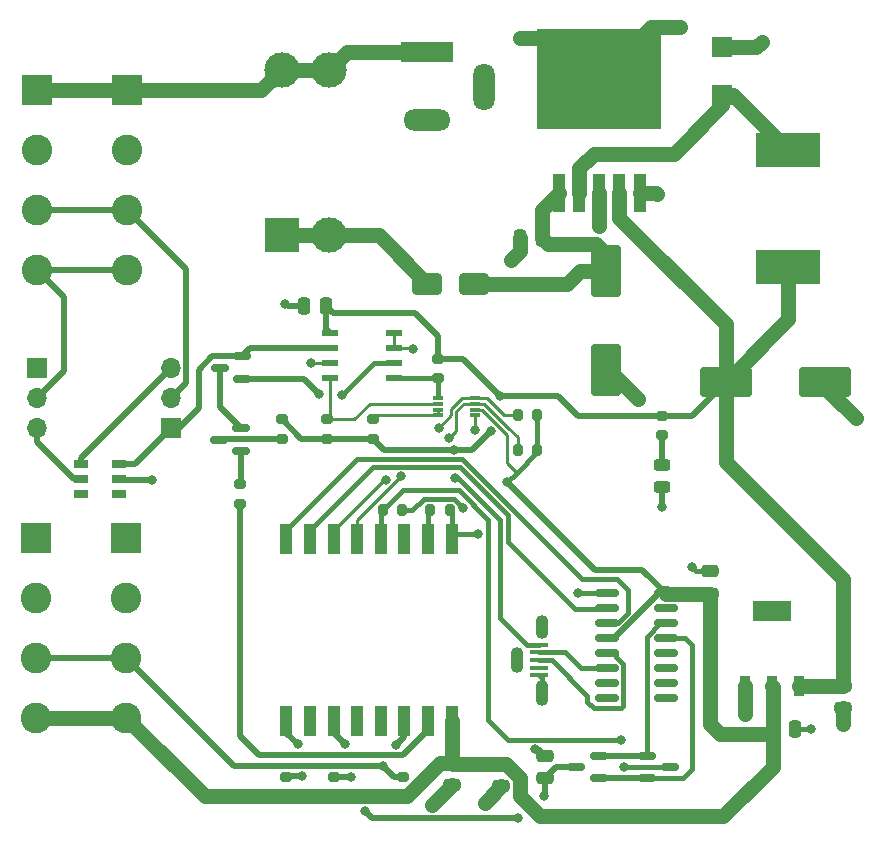
<source format=gbr>
%TF.GenerationSoftware,KiCad,Pcbnew,7.0.9*%
%TF.CreationDate,2023-11-24T07:46:00-06:00*%
%TF.ProjectId,TM13,544d3133-2e6b-4696-9361-645f70636258,rev?*%
%TF.SameCoordinates,Original*%
%TF.FileFunction,Copper,L1,Top*%
%TF.FilePolarity,Positive*%
%FSLAX46Y46*%
G04 Gerber Fmt 4.6, Leading zero omitted, Abs format (unit mm)*
G04 Created by KiCad (PCBNEW 7.0.9) date 2023-11-24 07:46:00*
%MOMM*%
%LPD*%
G01*
G04 APERTURE LIST*
G04 Aperture macros list*
%AMRoundRect*
0 Rectangle with rounded corners*
0 $1 Rounding radius*
0 $2 $3 $4 $5 $6 $7 $8 $9 X,Y pos of 4 corners*
0 Add a 4 corners polygon primitive as box body*
4,1,4,$2,$3,$4,$5,$6,$7,$8,$9,$2,$3,0*
0 Add four circle primitives for the rounded corners*
1,1,$1+$1,$2,$3*
1,1,$1+$1,$4,$5*
1,1,$1+$1,$6,$7*
1,1,$1+$1,$8,$9*
0 Add four rect primitives between the rounded corners*
20,1,$1+$1,$2,$3,$4,$5,0*
20,1,$1+$1,$4,$5,$6,$7,0*
20,1,$1+$1,$6,$7,$8,$9,0*
20,1,$1+$1,$8,$9,$2,$3,0*%
G04 Aperture macros list end*
%TA.AperFunction,ComponentPad*%
%ADD10R,4.400000X1.800000*%
%TD*%
%TA.AperFunction,ComponentPad*%
%ADD11O,4.000000X1.800000*%
%TD*%
%TA.AperFunction,ComponentPad*%
%ADD12O,1.800000X4.000000*%
%TD*%
%TA.AperFunction,SMDPad,CuDef*%
%ADD13RoundRect,0.150000X0.587500X0.150000X-0.587500X0.150000X-0.587500X-0.150000X0.587500X-0.150000X0*%
%TD*%
%TA.AperFunction,SMDPad,CuDef*%
%ADD14R,0.950000X1.750000*%
%TD*%
%TA.AperFunction,SMDPad,CuDef*%
%ADD15R,3.250000X1.750000*%
%TD*%
%TA.AperFunction,SMDPad,CuDef*%
%ADD16RoundRect,0.200000X-0.275000X0.200000X-0.275000X-0.200000X0.275000X-0.200000X0.275000X0.200000X0*%
%TD*%
%TA.AperFunction,SMDPad,CuDef*%
%ADD17RoundRect,0.200000X0.275000X-0.200000X0.275000X0.200000X-0.275000X0.200000X-0.275000X-0.200000X0*%
%TD*%
%TA.AperFunction,SMDPad,CuDef*%
%ADD18R,0.850000X0.300000*%
%TD*%
%TA.AperFunction,ComponentPad*%
%ADD19R,1.700000X1.700000*%
%TD*%
%TA.AperFunction,ComponentPad*%
%ADD20O,1.700000X1.700000*%
%TD*%
%TA.AperFunction,SMDPad,CuDef*%
%ADD21RoundRect,0.250000X-0.475000X0.250000X-0.475000X-0.250000X0.475000X-0.250000X0.475000X0.250000X0*%
%TD*%
%TA.AperFunction,ComponentPad*%
%ADD22R,2.600000X2.600000*%
%TD*%
%TA.AperFunction,ComponentPad*%
%ADD23C,2.600000*%
%TD*%
%TA.AperFunction,SMDPad,CuDef*%
%ADD24RoundRect,0.250000X-1.000000X1.950000X-1.000000X-1.950000X1.000000X-1.950000X1.000000X1.950000X0*%
%TD*%
%TA.AperFunction,SMDPad,CuDef*%
%ADD25RoundRect,0.200000X0.200000X0.275000X-0.200000X0.275000X-0.200000X-0.275000X0.200000X-0.275000X0*%
%TD*%
%TA.AperFunction,SMDPad,CuDef*%
%ADD26R,1.500000X0.450000*%
%TD*%
%TA.AperFunction,ComponentPad*%
%ADD27O,1.100000X2.000000*%
%TD*%
%TA.AperFunction,ComponentPad*%
%ADD28O,1.100000X2.200000*%
%TD*%
%TA.AperFunction,SMDPad,CuDef*%
%ADD29R,1.219200X0.635000*%
%TD*%
%TA.AperFunction,SMDPad,CuDef*%
%ADD30RoundRect,0.243750X0.456250X-0.243750X0.456250X0.243750X-0.456250X0.243750X-0.456250X-0.243750X0*%
%TD*%
%TA.AperFunction,SMDPad,CuDef*%
%ADD31RoundRect,0.150000X-0.587500X-0.150000X0.587500X-0.150000X0.587500X0.150000X-0.587500X0.150000X0*%
%TD*%
%TA.AperFunction,SMDPad,CuDef*%
%ADD32RoundRect,0.250000X0.475000X-0.250000X0.475000X0.250000X-0.475000X0.250000X-0.475000X-0.250000X0*%
%TD*%
%TA.AperFunction,SMDPad,CuDef*%
%ADD33RoundRect,0.250000X-1.950000X-1.000000X1.950000X-1.000000X1.950000X1.000000X-1.950000X1.000000X0*%
%TD*%
%TA.AperFunction,SMDPad,CuDef*%
%ADD34RoundRect,0.150000X-0.825000X-0.150000X0.825000X-0.150000X0.825000X0.150000X-0.825000X0.150000X0*%
%TD*%
%TA.AperFunction,SMDPad,CuDef*%
%ADD35RoundRect,0.250000X-0.250000X-0.475000X0.250000X-0.475000X0.250000X0.475000X-0.250000X0.475000X0*%
%TD*%
%TA.AperFunction,ComponentPad*%
%ADD36R,3.000000X3.000000*%
%TD*%
%TA.AperFunction,ComponentPad*%
%ADD37C,3.000000*%
%TD*%
%TA.AperFunction,SMDPad,CuDef*%
%ADD38R,5.400000X2.900000*%
%TD*%
%TA.AperFunction,SMDPad,CuDef*%
%ADD39R,1.100000X2.600000*%
%TD*%
%TA.AperFunction,SMDPad,CuDef*%
%ADD40R,1.800000X1.800000*%
%TD*%
%TA.AperFunction,SMDPad,CuDef*%
%ADD41R,1.460500X0.533400*%
%TD*%
%TA.AperFunction,SMDPad,CuDef*%
%ADD42R,1.050000X3.210000*%
%TD*%
%TA.AperFunction,SMDPad,CuDef*%
%ADD43R,10.530000X8.460000*%
%TD*%
%TA.AperFunction,SMDPad,CuDef*%
%ADD44RoundRect,0.250000X1.000000X0.650000X-1.000000X0.650000X-1.000000X-0.650000X1.000000X-0.650000X0*%
%TD*%
%TA.AperFunction,SMDPad,CuDef*%
%ADD45RoundRect,0.250000X0.250000X0.475000X-0.250000X0.475000X-0.250000X-0.475000X0.250000X-0.475000X0*%
%TD*%
%TA.AperFunction,ViaPad*%
%ADD46C,0.800000*%
%TD*%
%TA.AperFunction,Conductor*%
%ADD47C,0.508000*%
%TD*%
%TA.AperFunction,Conductor*%
%ADD48C,0.381000*%
%TD*%
%TA.AperFunction,Conductor*%
%ADD49C,1.270000*%
%TD*%
%TA.AperFunction,Conductor*%
%ADD50C,0.254000*%
%TD*%
G04 APERTURE END LIST*
D10*
%TO.P,J4,1*%
%TO.N,Net-(KF2-Pin_1)*%
X57800000Y-26750000D03*
D11*
%TO.P,J4,2*%
%TO.N,GND*%
X57800000Y-32550000D03*
D12*
%TO.P,J4,3*%
X62600000Y-29750000D03*
%TD*%
D13*
%TO.P,Q3,1,B*%
%TO.N,Net-(Q3-B)*%
X42037500Y-60550000D03*
%TO.P,Q3,2,E*%
%TO.N,Net-(Q3-E)*%
X42037500Y-58650000D03*
%TO.P,Q3,3,C*%
%TO.N,Net-(Q3-C)*%
X40162500Y-59600000D03*
%TD*%
D14*
%TO.P,IC2,1,ADJ/GND*%
%TO.N,GND*%
X84700000Y-80450000D03*
%TO.P,IC2,2,OUTPUT*%
%TO.N,+3.3V*%
X87000000Y-80450000D03*
%TO.P,IC2,3,INPUT*%
%TO.N,+5V*%
X89300000Y-80450000D03*
D15*
%TO.P,IC2,4,VOUT*%
%TO.N,unconnected-(IC2-VOUT-Pad4)*%
X87000000Y-74150000D03*
%TD*%
D16*
%TO.P,R13,1*%
%TO.N,+5V*%
X77700000Y-57575000D03*
%TO.P,R13,2*%
%TO.N,Net-(D4-A)*%
X77700000Y-59225000D03*
%TD*%
D17*
%TO.P,R11,1*%
%TO.N,GPIO13*%
X42000000Y-65025000D03*
%TO.P,R11,2*%
%TO.N,Net-(Q3-B)*%
X42000000Y-63375000D03*
%TD*%
D18*
%TO.P,IC1,1,GND*%
%TO.N,GND*%
X61875000Y-57550000D03*
%TO.P,IC1,2,VREF1*%
%TO.N,+3.3V*%
X61875000Y-57050000D03*
%TO.P,IC1,3,SCL1*%
%TO.N,SCL*%
X61875000Y-56550000D03*
%TO.P,IC1,4,SDA1*%
%TO.N,SDA*%
X61875000Y-56050000D03*
%TO.P,IC1,5,SDA2*%
%TO.N,Net-(IC1-SDA2)*%
X58725000Y-56050000D03*
%TO.P,IC1,6,SCL2*%
%TO.N,Net-(IC1-SCL2)*%
X58725000Y-56550000D03*
%TO.P,IC1,7,VREF2*%
%TO.N,Net-(IC1-EN)*%
X58725000Y-57050000D03*
%TO.P,IC1,8,EN*%
X58725000Y-57550000D03*
%TD*%
D17*
%TO.P,R8,1*%
%TO.N,+5V*%
X53200000Y-59525000D03*
%TO.P,R8,2*%
%TO.N,Net-(IC1-EN)*%
X53200000Y-57875000D03*
%TD*%
D19*
%TO.P,J2,1,Pin_1*%
%TO.N,GND*%
X24800000Y-53575000D03*
D20*
%TO.P,J2,2,Pin_2*%
%TO.N,Net-(J2-Pin_2)*%
X24800000Y-56115000D03*
%TO.P,J2,3,Pin_3*%
%TO.N,Net-(J2-Pin_3)*%
X24800000Y-58655000D03*
%TD*%
D21*
%TO.P,C1,1*%
%TO.N,+3.3V*%
X64100000Y-87050000D03*
%TO.P,C1,2*%
%TO.N,GND*%
X64100000Y-88950000D03*
%TD*%
D22*
%TO.P,KF2,1,Pin_1*%
%TO.N,Net-(KF2-Pin_1)*%
X24821190Y-30015000D03*
X32441190Y-30015000D03*
D23*
%TO.P,KF2,2,Pin_2*%
%TO.N,GND*%
X24821190Y-35095000D03*
X32441190Y-35095000D03*
%TO.P,KF2,3,Pin_3*%
%TO.N,Net-(J3-Pin_2)*%
X24821190Y-40175000D03*
X32441190Y-40175000D03*
%TO.P,KF2,4,Pin_4*%
%TO.N,Net-(J2-Pin_2)*%
X24821190Y-45255000D03*
X32441190Y-45255000D03*
%TD*%
D24*
%TO.P,C9,1*%
%TO.N,+12V*%
X73000000Y-45300000D03*
%TO.P,C9,2*%
%TO.N,GND*%
X73000000Y-53700000D03*
%TD*%
D17*
%TO.P,R12,1*%
%TO.N,Net-(Q3-C)*%
X45500000Y-59525000D03*
%TO.P,R12,2*%
%TO.N,+5V*%
X45500000Y-57875000D03*
%TD*%
D25*
%TO.P,R4,1*%
%TO.N,+3.3V*%
X67125000Y-57500000D03*
%TO.P,R4,2*%
%TO.N,SDA*%
X65475000Y-57500000D03*
%TD*%
D26*
%TO.P,J5,1,VBUS*%
%TO.N,+5V*%
X67310000Y-76962000D03*
%TO.P,J5,2,D-*%
%TO.N,Net-(J5-D-)*%
X67310000Y-77612000D03*
%TO.P,J5,3,D+*%
%TO.N,Net-(J5-D+)*%
X67310000Y-78262000D03*
%TO.P,J5,4,ID*%
%TO.N,unconnected-(J5-ID-Pad4)*%
X67310000Y-78912000D03*
%TO.P,J5,5,GND*%
%TO.N,GND*%
X67310000Y-79562000D03*
D27*
%TO.P,J5,S1,SHIELD*%
X67560000Y-75462000D03*
D28*
%TO.P,J5,S2,SHIELD*%
X67560000Y-81062000D03*
%TO.P,J5,S3,SHIELD*%
X65410000Y-78262000D03*
%TD*%
D13*
%TO.P,Q4,1,G*%
%TO.N,Net-(Q4-G)*%
X42137500Y-54450000D03*
%TO.P,Q4,2,S*%
%TO.N,Net-(J3-Pin_1)*%
X42137500Y-52550000D03*
%TO.P,Q4,3,D*%
%TO.N,Net-(Q3-E)*%
X40262500Y-53500000D03*
%TD*%
D29*
%TO.P,U4,1,P$1*%
%TO.N,Net-(J3-Pin_3)*%
X28499800Y-61630000D03*
%TO.P,U4,2,P$2*%
%TO.N,Net-(J2-Pin_3)*%
X28499800Y-62900000D03*
%TO.P,U4,3,P$3*%
%TO.N,unconnected-(U4-P$3-Pad3)*%
X28499800Y-64170000D03*
%TO.P,U4,4,P$4*%
%TO.N,unconnected-(U4-P$4-Pad4)*%
X31700200Y-64170000D03*
%TO.P,U4,5,P$5*%
%TO.N,GND*%
X31700200Y-62900000D03*
%TO.P,U4,6,P$6*%
%TO.N,Net-(J3-Pin_1)*%
X31700200Y-61630000D03*
%TD*%
D30*
%TO.P,D4,1,K*%
%TO.N,GND*%
X77700000Y-63637500D03*
%TO.P,D4,2,A*%
%TO.N,Net-(D4-A)*%
X77700000Y-61762500D03*
%TD*%
D25*
%TO.P,R3,1*%
%TO.N,+3.3V*%
X67125000Y-60500000D03*
%TO.P,R3,2*%
%TO.N,SCL*%
X65475000Y-60500000D03*
%TD*%
D16*
%TO.P,R10,1*%
%TO.N,+5V*%
X58700000Y-52775000D03*
%TO.P,R10,2*%
%TO.N,Net-(IC1-SDA2)*%
X58700000Y-54425000D03*
%TD*%
D31*
%TO.P,Q2,1,G*%
%TO.N,Net-(Q1-S)*%
X76462500Y-86350000D03*
%TO.P,Q2,2,S*%
%TO.N,Net-(Q1-G)*%
X76462500Y-88250000D03*
%TO.P,Q2,3,D*%
%TO.N,IO0*%
X78337500Y-87300000D03*
%TD*%
D32*
%TO.P,C3,1*%
%TO.N,+3.3V*%
X81800000Y-72650000D03*
%TO.P,C3,2*%
%TO.N,GND*%
X81800000Y-70750000D03*
%TD*%
D33*
%TO.P,C10,1*%
%TO.N,+5V*%
X83100000Y-54700000D03*
%TO.P,C10,2*%
%TO.N,GND*%
X91500000Y-54700000D03*
%TD*%
D34*
%TO.P,U2,1,GND*%
%TO.N,GND*%
X73050000Y-72610000D03*
%TO.P,U2,2,TXD*%
%TO.N,RX_ESP*%
X73050000Y-73880000D03*
%TO.P,U2,3,RXD*%
%TO.N,TX_ESP*%
X73050000Y-75150000D03*
%TO.P,U2,4,V3*%
%TO.N,+3.3V*%
X73050000Y-76420000D03*
%TO.P,U2,5,UD+*%
%TO.N,Net-(J5-D+)*%
X73050000Y-77690000D03*
%TO.P,U2,6,UD-*%
%TO.N,Net-(J5-D-)*%
X73050000Y-78960000D03*
%TO.P,U2,7,NC*%
%TO.N,unconnected-(U2-NC-Pad7)*%
X73050000Y-80230000D03*
%TO.P,U2,8,NC*%
%TO.N,unconnected-(U2-NC-Pad8)*%
X73050000Y-81500000D03*
%TO.P,U2,9,~{CTS}*%
%TO.N,unconnected-(U2-~{CTS}-Pad9)*%
X78000000Y-81500000D03*
%TO.P,U2,10,~{DSR}*%
%TO.N,unconnected-(U2-~{DSR}-Pad10)*%
X78000000Y-80230000D03*
%TO.P,U2,11,~{RI}*%
%TO.N,unconnected-(U2-~{RI}-Pad11)*%
X78000000Y-78960000D03*
%TO.P,U2,12,~{DCD}*%
%TO.N,unconnected-(U2-~{DCD}-Pad12)*%
X78000000Y-77690000D03*
%TO.P,U2,13,~{DTR}*%
%TO.N,Net-(Q1-G)*%
X78000000Y-76420000D03*
%TO.P,U2,14,~{RTS}*%
%TO.N,Net-(Q1-S)*%
X78000000Y-75150000D03*
%TO.P,U2,15,R232*%
%TO.N,unconnected-(U2-R232-Pad15)*%
X78000000Y-73880000D03*
%TO.P,U2,16,VCC*%
%TO.N,+3.3V*%
X78000000Y-72610000D03*
%TD*%
D19*
%TO.P,J3,1,Pin_1*%
%TO.N,Net-(J3-Pin_1)*%
X36100000Y-58625000D03*
D20*
%TO.P,J3,2,Pin_2*%
%TO.N,Net-(J3-Pin_2)*%
X36100000Y-56085000D03*
%TO.P,J3,3,Pin_3*%
%TO.N,Net-(J3-Pin_3)*%
X36100000Y-53545000D03*
%TD*%
D22*
%TO.P,KF1,1,Pin_1*%
%TO.N,GND*%
X24735476Y-67915000D03*
X32355476Y-67915000D03*
D23*
%TO.P,KF1,2,Pin_2*%
X24735476Y-72995000D03*
X32355476Y-72995000D03*
%TO.P,KF1,3,Pin_3*%
%TO.N,Net-(KF1-Pin_3)*%
X24735476Y-78075000D03*
X32355476Y-78075000D03*
%TO.P,KF1,4,Pin_4*%
%TO.N,+3.3V*%
X24735476Y-83155000D03*
X32355476Y-83155000D03*
%TD*%
D17*
%TO.P,R7,1*%
%TO.N,+3.3V*%
X55800000Y-89800000D03*
%TO.P,R7,2*%
%TO.N,Net-(KF1-Pin_3)*%
X55800000Y-88150000D03*
%TD*%
D35*
%TO.P,C6,1*%
%TO.N,+3.3V*%
X87100000Y-84100000D03*
%TO.P,C6,2*%
%TO.N,GND*%
X89000000Y-84100000D03*
%TD*%
D25*
%TO.P,R6,1*%
%TO.N,GND*%
X59725000Y-65600000D03*
%TO.P,R6,2*%
%TO.N,Net-(U1-GPIO15)*%
X58075000Y-65600000D03*
%TD*%
D36*
%TO.P,F1,1*%
%TO.N,Net-(D2-A)*%
X45495000Y-42305000D03*
D37*
X49495000Y-42305000D03*
%TO.P,F1,2*%
%TO.N,Net-(KF2-Pin_1)*%
X45495000Y-28305000D03*
X49495000Y-28305000D03*
%TD*%
D21*
%TO.P,C7,1*%
%TO.N,+5V*%
X93000000Y-80450000D03*
%TO.P,C7,2*%
%TO.N,GND*%
X93000000Y-82350000D03*
%TD*%
D38*
%TO.P,L1,1,1*%
%TO.N,Net-(IC3-Output)*%
X88400000Y-35050000D03*
%TO.P,L1,2,2*%
%TO.N,+5V*%
X88400000Y-44950000D03*
%TD*%
D21*
%TO.P,C2,1*%
%TO.N,+3.3V*%
X59900000Y-86950000D03*
%TO.P,C2,2*%
%TO.N,GND*%
X59900000Y-88850000D03*
%TD*%
D39*
%TO.P,U1,1,~{RST}*%
%TO.N,Net-(U1-~{RST})*%
X45900000Y-83400000D03*
%TO.P,U1,2,ADC*%
%TO.N,unconnected-(U1-ADC-Pad2)*%
X47900000Y-83400000D03*
%TO.P,U1,3,EN*%
%TO.N,EN*%
X49900000Y-83400000D03*
%TO.P,U1,4,GPIO16*%
%TO.N,unconnected-(U1-GPIO16-Pad4)*%
X51900000Y-83400000D03*
%TO.P,U1,5,GPIO14*%
%TO.N,unconnected-(U1-GPIO14-Pad5)*%
X53900000Y-83400000D03*
%TO.P,U1,6,GPIO12*%
%TO.N,Net-(KF1-Pin_3)*%
X55900000Y-83400000D03*
%TO.P,U1,7,GPIO13*%
%TO.N,GPIO13*%
X57900000Y-83400000D03*
%TO.P,U1,8,VCC*%
%TO.N,+3.3V*%
X59900000Y-83400000D03*
%TO.P,U1,9,GND*%
%TO.N,GND*%
X59900000Y-68000000D03*
%TO.P,U1,10,GPIO15*%
%TO.N,Net-(U1-GPIO15)*%
X57900000Y-68000000D03*
%TO.P,U1,11,GPIO2*%
%TO.N,unconnected-(U1-GPIO2-Pad11)*%
X55900000Y-68000000D03*
%TO.P,U1,12,GPIO0*%
%TO.N,IO0*%
X53900000Y-68000000D03*
%TO.P,U1,13,GPIO4*%
%TO.N,SDA*%
X51900000Y-68000000D03*
%TO.P,U1,14,GPIO5*%
%TO.N,SCL*%
X49900000Y-68000000D03*
%TO.P,U1,15,GPIO3/RXD*%
%TO.N,RX_ESP*%
X47900000Y-68000000D03*
%TO.P,U1,16,GPIO1/TXD*%
%TO.N,TX_ESP*%
X45900000Y-68000000D03*
%TD*%
D40*
%TO.P,D3,1*%
%TO.N,Net-(IC3-Output)*%
X82800000Y-30400000D03*
%TO.P,D3,2*%
%TO.N,GND*%
X82800000Y-26400000D03*
%TD*%
D35*
%TO.P,C4,1*%
%TO.N,GND*%
X47350000Y-48300000D03*
%TO.P,C4,2*%
%TO.N,+5V*%
X49250000Y-48300000D03*
%TD*%
D41*
%TO.P,U3,1,VCC*%
%TO.N,+5V*%
X49575850Y-50595000D03*
%TO.P,U3,2,IO*%
%TO.N,Net-(J3-Pin_1)*%
X49575850Y-51865000D03*
%TO.P,U3,3,GND*%
%TO.N,GND*%
X49575850Y-53135000D03*
%TO.P,U3,4,SCL*%
%TO.N,Net-(IC1-SCL2)*%
X49575850Y-54405000D03*
%TO.P,U3,5,SDA*%
%TO.N,Net-(IC1-SDA2)*%
X55024150Y-54405000D03*
%TO.P,U3,6,PCTLZ*%
%TO.N,Net-(Q4-G)*%
X55024150Y-53135000D03*
%TO.P,U3,7,AD1*%
%TO.N,GND*%
X55024150Y-51865000D03*
%TO.P,U3,8,AD0*%
X55024150Y-50595000D03*
%TD*%
D13*
%TO.P,Q1,1,G*%
%TO.N,Net-(Q1-G)*%
X72337500Y-88250000D03*
%TO.P,Q1,2,S*%
%TO.N,Net-(Q1-S)*%
X72337500Y-86350000D03*
%TO.P,Q1,3,D*%
%TO.N,EN*%
X70462500Y-87300000D03*
%TD*%
D25*
%TO.P,R5,1*%
%TO.N,+3.3V*%
X55725000Y-65600000D03*
%TO.P,R5,2*%
%TO.N,IO0*%
X54075000Y-65600000D03*
%TD*%
D17*
%TO.P,R9,1*%
%TO.N,+5V*%
X49350000Y-59525000D03*
%TO.P,R9,2*%
%TO.N,Net-(IC1-SCL2)*%
X49350000Y-57875000D03*
%TD*%
D42*
%TO.P,IC3,1,VIN*%
%TO.N,+12V*%
X69000000Y-38730000D03*
%TO.P,IC3,2,Output*%
%TO.N,Net-(IC3-Output)*%
X70700000Y-38730000D03*
%TO.P,IC3,3,GND*%
%TO.N,GND*%
X72400000Y-38730000D03*
%TO.P,IC3,4,Feedback*%
%TO.N,+5V*%
X74100000Y-38730000D03*
%TO.P,IC3,5,On/Off*%
%TO.N,GND*%
X75800000Y-38730000D03*
D43*
%TO.P,IC3,6,GND_1*%
X72400000Y-29100000D03*
%TD*%
D16*
%TO.P,R1,1*%
%TO.N,Net-(U1-~{RST})*%
X45900000Y-88150000D03*
%TO.P,R1,2*%
%TO.N,+3.3V*%
X45900000Y-89800000D03*
%TD*%
%TO.P,R2,1*%
%TO.N,EN*%
X49900000Y-88150000D03*
%TO.P,R2,2*%
%TO.N,+3.3V*%
X49900000Y-89800000D03*
%TD*%
D44*
%TO.P,D2,1,K*%
%TO.N,+12V*%
X61800000Y-46400000D03*
%TO.P,D2,2,A*%
%TO.N,Net-(D2-A)*%
X57800000Y-46400000D03*
%TD*%
D45*
%TO.P,C8,1*%
%TO.N,+12V*%
X67550000Y-42500000D03*
%TO.P,C8,2*%
%TO.N,GND*%
X65650000Y-42500000D03*
%TD*%
D32*
%TO.P,C5,1*%
%TO.N,EN*%
X67800000Y-88250000D03*
%TO.P,C5,2*%
%TO.N,GND*%
X67800000Y-86350000D03*
%TD*%
D46*
%TO.N,+5V*%
X60092338Y-60492338D03*
X63200000Y-58900000D03*
X60147013Y-62824215D03*
X64000000Y-55900000D03*
%TO.N,GND*%
X62100000Y-67600000D03*
X94100000Y-57800000D03*
X75700000Y-56200000D03*
X48000000Y-53100000D03*
X65700000Y-25600000D03*
X72400000Y-41500000D03*
X77300000Y-38800000D03*
X61900000Y-58800000D03*
X34500000Y-63000000D03*
X86200000Y-25900000D03*
X80200000Y-70400000D03*
X70625000Y-72555000D03*
X93000000Y-83700000D03*
X64900000Y-44400000D03*
X79200000Y-24700000D03*
X45800000Y-48100000D03*
X77700000Y-65300000D03*
X58200000Y-90500000D03*
X56600000Y-51900000D03*
X90350000Y-84100000D03*
X62700000Y-90400000D03*
X66921920Y-85790000D03*
X84700000Y-82800000D03*
%TO.N,+3.3V*%
X60874395Y-65391624D03*
X64608615Y-63191385D03*
%TO.N,EN*%
X51363982Y-88141949D03*
X52541165Y-91034500D03*
X50900000Y-85400000D03*
X67700000Y-89800000D03*
X65500000Y-91600000D03*
%TO.N,SCL*%
X59704647Y-59487417D03*
X54300000Y-63000000D03*
%TO.N,SDA*%
X55645998Y-62700000D03*
X58805241Y-58588011D03*
%TO.N,IO0*%
X74500000Y-87300000D03*
X74200000Y-85000000D03*
%TO.N,Net-(KF1-Pin_3)*%
X54100001Y-87207000D03*
X55206288Y-85446500D03*
%TO.N,Net-(Q4-G)*%
X50626495Y-55797229D03*
X48623500Y-55721083D03*
%TO.N,Net-(U1-~{RST})*%
X46900000Y-85400000D03*
X47200000Y-88100000D03*
%TD*%
D47*
%TO.N,+5V*%
X70600000Y-57600000D02*
X80200000Y-57600000D01*
D48*
X64000000Y-66400000D02*
X64000000Y-74676000D01*
D49*
X93000000Y-71400000D02*
X93000000Y-80450000D01*
D47*
X47150000Y-59525000D02*
X45500000Y-57875000D01*
X61607662Y-60492338D02*
X60092338Y-60492338D01*
D49*
X74100000Y-40830000D02*
X83100000Y-49830000D01*
D47*
X56800000Y-48900000D02*
X49850000Y-48900000D01*
X68900000Y-55900000D02*
X70600000Y-57600000D01*
D48*
X60147013Y-62824215D02*
X60424215Y-62824215D01*
X67310000Y-76962000D02*
X66286000Y-76962000D01*
D49*
X88400000Y-49400000D02*
X83100000Y-54700000D01*
D47*
X49850000Y-48900000D02*
X49250000Y-48300000D01*
X49350000Y-59525000D02*
X47150000Y-59525000D01*
X49250000Y-48300000D02*
X49250000Y-50269150D01*
X60092338Y-60492338D02*
X54167338Y-60492338D01*
D49*
X74100000Y-38730000D02*
X74100000Y-40830000D01*
D47*
X60875000Y-52775000D02*
X64000000Y-55900000D01*
X54167338Y-60492338D02*
X53200000Y-59525000D01*
D49*
X88400000Y-44950000D02*
X88400000Y-49400000D01*
X93000000Y-80450000D02*
X89300000Y-80450000D01*
D48*
X60424215Y-62824215D02*
X64000000Y-66400000D01*
D49*
X83100000Y-49830000D02*
X83100000Y-54700000D01*
D47*
X58700000Y-52775000D02*
X60875000Y-52775000D01*
X53200000Y-59525000D02*
X49350000Y-59525000D01*
X58700000Y-52775000D02*
X58700000Y-50800000D01*
X64000000Y-55900000D02*
X68900000Y-55900000D01*
D49*
X83100000Y-54700000D02*
X83100000Y-61500000D01*
D47*
X63200000Y-58900000D02*
X61607662Y-60492338D01*
D48*
X66286000Y-76962000D02*
X64000000Y-74676000D01*
D47*
X49250000Y-50269150D02*
X49575850Y-50595000D01*
D49*
X83100000Y-61500000D02*
X93000000Y-71400000D01*
D47*
X58700000Y-50800000D02*
X56800000Y-48900000D01*
X80200000Y-57600000D02*
X83100000Y-54700000D01*
%TO.N,GND*%
X67240000Y-85790000D02*
X66921920Y-85790000D01*
X77700000Y-63637500D02*
X77700000Y-65300000D01*
D49*
X91500000Y-54700000D02*
X91500000Y-55200000D01*
D48*
X59850000Y-67600000D02*
X62100000Y-67600000D01*
D50*
X61875000Y-58775000D02*
X61900000Y-58800000D01*
D49*
X58250000Y-90500000D02*
X59900000Y-88850000D01*
X82800000Y-26400000D02*
X85700000Y-26400000D01*
X62700000Y-90400000D02*
X62700000Y-90350000D01*
D48*
X67560000Y-79812000D02*
X67310000Y-79562000D01*
X59900000Y-68000000D02*
X59900000Y-65775000D01*
D49*
X76800000Y-24700000D02*
X72400000Y-29100000D01*
D50*
X56565000Y-51865000D02*
X56600000Y-51900000D01*
D49*
X65650000Y-43650000D02*
X64900000Y-44400000D01*
X85700000Y-26400000D02*
X86200000Y-25900000D01*
D47*
X67800000Y-86350000D02*
X67240000Y-85790000D01*
D49*
X91500000Y-55200000D02*
X94100000Y-57800000D01*
X65700000Y-25600000D02*
X68900000Y-25600000D01*
X77230000Y-38730000D02*
X77300000Y-38800000D01*
D48*
X70680000Y-72610000D02*
X70625000Y-72555000D01*
X80550000Y-70750000D02*
X80200000Y-70400000D01*
D50*
X49575850Y-53135000D02*
X48035000Y-53135000D01*
D47*
X34500000Y-63000000D02*
X31800200Y-63000000D01*
X46000000Y-48300000D02*
X45800000Y-48100000D01*
D48*
X67560000Y-81062000D02*
X67560000Y-79812000D01*
X59830000Y-67620000D02*
X59850000Y-67600000D01*
X59900000Y-65775000D02*
X59725000Y-65600000D01*
D49*
X65650000Y-42500000D02*
X65650000Y-43650000D01*
X75800000Y-38730000D02*
X77230000Y-38730000D01*
X79200000Y-24700000D02*
X76800000Y-24700000D01*
D47*
X31800200Y-63000000D02*
X31700200Y-62900000D01*
D48*
X81800000Y-70750000D02*
X80550000Y-70750000D01*
D50*
X55024150Y-51865000D02*
X56565000Y-51865000D01*
X55024150Y-50595000D02*
X55024150Y-51865000D01*
D49*
X62700000Y-90350000D02*
X64100000Y-88950000D01*
D48*
X59900000Y-65875000D02*
X59725000Y-65700000D01*
X89000000Y-84100000D02*
X90350000Y-84100000D01*
D49*
X58200000Y-90500000D02*
X58250000Y-90500000D01*
D48*
X73050000Y-72610000D02*
X70680000Y-72610000D01*
D49*
X72400000Y-38730000D02*
X72400000Y-41500000D01*
D47*
X47350000Y-48300000D02*
X46000000Y-48300000D01*
D50*
X48035000Y-53135000D02*
X48000000Y-53100000D01*
D49*
X73000000Y-53700000D02*
X73200000Y-53700000D01*
X93000000Y-82350000D02*
X93000000Y-83700000D01*
X84700000Y-82800000D02*
X84700000Y-80450000D01*
D50*
X61875000Y-57550000D02*
X61875000Y-58775000D01*
D49*
X68900000Y-25600000D02*
X72400000Y-29100000D01*
X73200000Y-53700000D02*
X75700000Y-56200000D01*
%TO.N,+3.3V*%
X65660000Y-88250578D02*
X65660000Y-89760000D01*
D48*
X67125000Y-60500000D02*
X67125000Y-60675000D01*
D49*
X87100000Y-87300000D02*
X82900000Y-91500000D01*
X87100000Y-84100000D02*
X87100000Y-80550000D01*
X59900000Y-86950000D02*
X59900000Y-83400000D01*
X56088711Y-89800000D02*
X55800000Y-89800000D01*
D48*
X67125000Y-60675000D02*
X65400000Y-62400000D01*
D49*
X87100000Y-84100000D02*
X87100000Y-87300000D01*
D47*
X75990000Y-70600000D02*
X78000000Y-72610000D01*
D50*
X64600000Y-61600000D02*
X65400000Y-62400000D01*
D48*
X65400000Y-62400000D02*
X64608615Y-63191385D01*
D49*
X78040000Y-72650000D02*
X78000000Y-72610000D01*
D50*
X61875000Y-57050000D02*
X62477427Y-57050000D01*
D47*
X72017230Y-70600000D02*
X75990000Y-70600000D01*
D48*
X67125000Y-60500000D02*
X67125000Y-57500000D01*
D49*
X87100000Y-80550000D02*
X87000000Y-80450000D01*
X60000000Y-87050000D02*
X59900000Y-86950000D01*
X49900000Y-89800000D02*
X45900000Y-89800000D01*
D48*
X56520952Y-65600000D02*
X57531500Y-64589452D01*
D49*
X87100000Y-84100000D02*
X86700000Y-84500000D01*
D48*
X55725000Y-65600000D02*
X56520952Y-65600000D01*
D49*
X81800000Y-83700000D02*
X81800000Y-72650000D01*
D47*
X73630815Y-76420000D02*
X77440815Y-72610000D01*
D49*
X67400000Y-91500000D02*
X82900000Y-91500000D01*
X58938711Y-86950000D02*
X56088711Y-89800000D01*
X59900000Y-86950000D02*
X58938711Y-86950000D01*
X64100000Y-87050000D02*
X60000000Y-87050000D01*
X64100000Y-87050000D02*
X64459422Y-87050000D01*
D47*
X64608615Y-63191385D02*
X72017230Y-70600000D01*
D49*
X45900000Y-89800000D02*
X39000476Y-89800000D01*
D48*
X57531500Y-64589452D02*
X60072223Y-64589452D01*
D47*
X77440815Y-72610000D02*
X78000000Y-72610000D01*
D49*
X39000476Y-89800000D02*
X32355476Y-83155000D01*
X82600000Y-84500000D02*
X81800000Y-83700000D01*
X55800000Y-89800000D02*
X49900000Y-89800000D01*
X65660000Y-89760000D02*
X67400000Y-91500000D01*
X64459422Y-87050000D02*
X65660000Y-88250578D01*
X86700000Y-84500000D02*
X82600000Y-84500000D01*
D50*
X64600000Y-59172573D02*
X64600000Y-61600000D01*
D49*
X81800000Y-72650000D02*
X78040000Y-72650000D01*
D50*
X62477427Y-57050000D02*
X64600000Y-59172573D01*
D48*
X60072223Y-64589452D02*
X60874395Y-65391624D01*
D47*
X73050000Y-76420000D02*
X73630815Y-76420000D01*
D49*
X32355476Y-83155000D02*
X24735476Y-83155000D01*
%TO.N,+12V*%
X61800000Y-46400000D02*
X69700000Y-46400000D01*
X72100000Y-43000000D02*
X68050000Y-43000000D01*
X72700000Y-45000000D02*
X72700000Y-43600000D01*
X73000000Y-45300000D02*
X70800000Y-45300000D01*
X69700000Y-46400000D02*
X70800000Y-45300000D01*
X67550000Y-40180000D02*
X69000000Y-38730000D01*
X67550000Y-42500000D02*
X67550000Y-40180000D01*
X72700000Y-43600000D02*
X72100000Y-43000000D01*
X73000000Y-45300000D02*
X72700000Y-45000000D01*
X68050000Y-43000000D02*
X67550000Y-42500000D01*
D47*
%TO.N,EN*%
X50900000Y-85400000D02*
X49900000Y-84400000D01*
X65500000Y-91600000D02*
X53106665Y-91600000D01*
X67800000Y-88250000D02*
X67800000Y-89700000D01*
X51355931Y-88150000D02*
X51363982Y-88141949D01*
X49900000Y-84400000D02*
X49900000Y-83400000D01*
X49900000Y-88150000D02*
X51355931Y-88150000D01*
X68750000Y-87300000D02*
X67800000Y-88250000D01*
X53106665Y-91600000D02*
X52541165Y-91034500D01*
X70462500Y-87300000D02*
X68750000Y-87300000D01*
X67800000Y-89700000D02*
X67700000Y-89800000D01*
D49*
%TO.N,Net-(D2-A)*%
X45495000Y-42305000D02*
X49495000Y-42305000D01*
X49495000Y-42305000D02*
X53705000Y-42305000D01*
X53705000Y-42305000D02*
X57800000Y-46400000D01*
%TO.N,Net-(IC3-Output)*%
X70700000Y-36630000D02*
X71930000Y-35400000D01*
X82800000Y-30400000D02*
X83750000Y-30400000D01*
X71930000Y-35400000D02*
X78700000Y-35400000D01*
X78700000Y-35400000D02*
X82800000Y-31300000D01*
X82800000Y-31300000D02*
X82800000Y-30400000D01*
X83750000Y-30400000D02*
X88400000Y-35050000D01*
X70700000Y-38730000D02*
X70700000Y-36630000D01*
D50*
%TO.N,SCL*%
X60300000Y-58892064D02*
X59704647Y-59487417D01*
X54150000Y-63000000D02*
X54300000Y-63000000D01*
X49900000Y-67250000D02*
X54150000Y-63000000D01*
X65475000Y-59406226D02*
X64684387Y-58615613D01*
X65475000Y-60500000D02*
X65475000Y-59406226D01*
X60300000Y-57200000D02*
X60300000Y-58892064D01*
X62618774Y-56550000D02*
X61875000Y-56550000D01*
X60950000Y-56550000D02*
X60300000Y-57200000D01*
X64684387Y-58615613D02*
X62618774Y-56550000D01*
X49900000Y-68000000D02*
X49900000Y-67250000D01*
X61875000Y-56550000D02*
X60950000Y-56550000D01*
%TO.N,SDA*%
X62850000Y-56050000D02*
X61875000Y-56050000D01*
X59846499Y-57012153D02*
X59846499Y-57546753D01*
X65475000Y-57500000D02*
X64300000Y-57500000D01*
X60808652Y-56050000D02*
X61875000Y-56050000D01*
X51900000Y-68000000D02*
X51900000Y-66446000D01*
X59846499Y-57546753D02*
X58805241Y-58588011D01*
X60808652Y-56050000D02*
X59846499Y-57012153D01*
X64300000Y-57500000D02*
X62850000Y-56050000D01*
X51900000Y-66446000D02*
X55645998Y-62700000D01*
D47*
%TO.N,Net-(D4-A)*%
X77700000Y-59225000D02*
X77700000Y-61762500D01*
D49*
%TO.N,Net-(KF2-Pin_1)*%
X45495000Y-28305000D02*
X49495000Y-28305000D01*
X24821190Y-30015000D02*
X32441190Y-30015000D01*
X32441190Y-30015000D02*
X43785000Y-30015000D01*
X51050000Y-26750000D02*
X49495000Y-28305000D01*
X43785000Y-30015000D02*
X45495000Y-28305000D01*
X57800000Y-26750000D02*
X51050000Y-26750000D01*
D48*
%TO.N,IO0*%
X53900000Y-65775000D02*
X54075000Y-65600000D01*
X63000000Y-83300000D02*
X64700000Y-85000000D01*
X60500000Y-63900000D02*
X63000000Y-66400000D01*
X54075000Y-65600000D02*
X55775000Y-63900000D01*
X53900000Y-68000000D02*
X53900000Y-65775000D01*
X53900000Y-65675000D02*
X54075000Y-65500000D01*
X74500000Y-87300000D02*
X78337500Y-87300000D01*
X55775000Y-63900000D02*
X60500000Y-63900000D01*
X64700000Y-85000000D02*
X74200000Y-85000000D01*
X63000000Y-66400000D02*
X63000000Y-83300000D01*
D47*
%TO.N,Net-(J2-Pin_2)*%
X32441190Y-45255000D02*
X24821190Y-45255000D01*
X27100000Y-53815000D02*
X27100000Y-47533810D01*
X24800000Y-56115000D02*
X27100000Y-53815000D01*
X27100000Y-47533810D02*
X24821190Y-45255000D01*
%TO.N,GPIO13*%
X57900000Y-84150000D02*
X55750000Y-86300000D01*
X43600000Y-86300000D02*
X42000000Y-84700000D01*
X55750000Y-86300000D02*
X43600000Y-86300000D01*
X42000000Y-84700000D02*
X42000000Y-65025000D01*
%TO.N,Net-(J2-Pin_3)*%
X28499800Y-62900000D02*
X27934700Y-62900000D01*
X24800000Y-59765300D02*
X24800000Y-58655000D01*
X27934700Y-62900000D02*
X24800000Y-59765300D01*
%TO.N,Net-(J3-Pin_1)*%
X39620815Y-52550000D02*
X38500000Y-53670815D01*
X38500000Y-53670815D02*
X38500000Y-56900000D01*
X31700200Y-61630000D02*
X33095000Y-61630000D01*
X36775000Y-58625000D02*
X36100000Y-58625000D01*
X33095000Y-61630000D02*
X36100000Y-58625000D01*
X42822500Y-51865000D02*
X42137500Y-52550000D01*
X49575850Y-51865000D02*
X42822500Y-51865000D01*
X42137500Y-52550000D02*
X39620815Y-52550000D01*
X38500000Y-56900000D02*
X36775000Y-58625000D01*
%TO.N,Net-(J3-Pin_2)*%
X37404000Y-54781000D02*
X36100000Y-56085000D01*
X32441190Y-40175000D02*
X37404000Y-45137810D01*
X32441190Y-40175000D02*
X24821190Y-40175000D01*
X37404000Y-45137810D02*
X37404000Y-54781000D01*
%TO.N,Net-(J3-Pin_3)*%
X36100000Y-53545000D02*
X28499800Y-61145200D01*
X28499800Y-61145200D02*
X28499800Y-61630000D01*
%TO.N,Net-(KF1-Pin_3)*%
X41487476Y-87207000D02*
X54100000Y-87207000D01*
X55900000Y-83400000D02*
X55900000Y-84752788D01*
X32355476Y-78075000D02*
X41487476Y-87207000D01*
X55043000Y-88150000D02*
X55800000Y-88150000D01*
X32355476Y-78075000D02*
X24735476Y-78075000D01*
X54100000Y-87207000D02*
X55043000Y-88150000D01*
X55900000Y-84752788D02*
X55206288Y-85446500D01*
D48*
%TO.N,Net-(Q1-G)*%
X79620000Y-76420000D02*
X80200000Y-77000000D01*
X78000000Y-76420000D02*
X79620000Y-76420000D01*
D47*
X72337500Y-88250000D02*
X76462500Y-88250000D01*
D48*
X80200000Y-87500000D02*
X79450000Y-88250000D01*
X76462500Y-88250000D02*
X79450000Y-88250000D01*
X80200000Y-77000000D02*
X80200000Y-87500000D01*
%TO.N,Net-(Q1-S)*%
X77530618Y-75150000D02*
X76400000Y-76280618D01*
X76400000Y-86287500D02*
X76462500Y-86350000D01*
X76400000Y-76280618D02*
X76400000Y-86287500D01*
X78000000Y-75150000D02*
X77530618Y-75150000D01*
D47*
X72337500Y-86350000D02*
X76462500Y-86350000D01*
%TO.N,Net-(Q3-B)*%
X42037500Y-60550000D02*
X42037500Y-63337500D01*
X42037500Y-63337500D02*
X42000000Y-63375000D01*
%TO.N,Net-(Q3-E)*%
X42037500Y-58650000D02*
X40262500Y-56875000D01*
X40262500Y-56875000D02*
X40262500Y-53500000D01*
%TO.N,Net-(Q3-C)*%
X40237500Y-59525000D02*
X40162500Y-59600000D01*
X45500000Y-59525000D02*
X40237500Y-59525000D01*
D48*
%TO.N,RX_ESP*%
X70300000Y-73900000D02*
X73030000Y-73900000D01*
X47900000Y-68000000D02*
X47900000Y-67250000D01*
X59479048Y-61900000D02*
X60579048Y-61900000D01*
X59472225Y-61893177D02*
X59479048Y-61900000D01*
X53256823Y-61893177D02*
X59472225Y-61893177D01*
X47900000Y-67250000D02*
X53256823Y-61893177D01*
X64700000Y-68300000D02*
X70300000Y-73900000D01*
X64700000Y-66020952D02*
X64700000Y-68300000D01*
X60579048Y-61900000D02*
X64700000Y-66020952D01*
X73030000Y-73900000D02*
X73050000Y-73880000D01*
%TO.N,TX_ESP*%
X60782338Y-61282338D02*
X70900000Y-71400000D01*
X73900000Y-71400000D02*
X74800000Y-72300000D01*
X51867662Y-61282338D02*
X60782338Y-61282338D01*
X45900000Y-67250000D02*
X51867662Y-61282338D01*
X74800000Y-72300000D02*
X74800000Y-74300000D01*
X45900000Y-68000000D02*
X45900000Y-67250000D01*
X45830000Y-67020000D02*
X45830000Y-67620000D01*
X70900000Y-71400000D02*
X73900000Y-71400000D01*
X74800000Y-74300000D02*
X73950000Y-75150000D01*
X73950000Y-75150000D02*
X73050000Y-75150000D01*
%TO.N,Net-(Q4-G)*%
X53288724Y-53135000D02*
X50626495Y-55797229D01*
X55024150Y-53135000D02*
X53288724Y-53135000D01*
D47*
X42137500Y-54450000D02*
X47352417Y-54450000D01*
X47352417Y-54450000D02*
X48623500Y-55721083D01*
%TO.N,Net-(U1-~{RST})*%
X45900000Y-84400000D02*
X45900000Y-83400000D01*
X46900000Y-85400000D02*
X45900000Y-84400000D01*
X45950000Y-88100000D02*
X45900000Y-88150000D01*
X47200000Y-88100000D02*
X45950000Y-88100000D01*
D48*
%TO.N,Net-(U1-GPIO15)*%
X57900000Y-68000000D02*
X57900000Y-65775000D01*
D50*
%TO.N,Net-(IC1-EN)*%
X53525000Y-57550000D02*
X58725000Y-57550000D01*
X53200000Y-57875000D02*
X53525000Y-57550000D01*
X58725000Y-57550000D02*
X58725000Y-57050000D01*
%TO.N,Net-(IC1-SCL2)*%
X51625000Y-57875000D02*
X49350000Y-57875000D01*
X49350000Y-57875000D02*
X49575850Y-57649150D01*
X58725000Y-56550000D02*
X52950000Y-56550000D01*
X49575850Y-57649150D02*
X49575850Y-54405000D01*
X52950000Y-56550000D02*
X51625000Y-57875000D01*
D48*
%TO.N,Net-(IC1-SDA2)*%
X58700000Y-54425000D02*
X58700000Y-56010000D01*
X58680000Y-54405000D02*
X58700000Y-54425000D01*
X55024150Y-54405000D02*
X58680000Y-54405000D01*
%TO.N,Net-(J5-D-)*%
X70832000Y-78960000D02*
X69484000Y-77612000D01*
X73050000Y-78960000D02*
X70832000Y-78960000D01*
X69484000Y-77612000D02*
X67310000Y-77612000D01*
%TO.N,Net-(J5-D+)*%
X74415500Y-82164500D02*
X74225000Y-82355000D01*
X74098882Y-78269500D02*
X74103040Y-78269500D01*
X71374000Y-81788000D02*
X71374000Y-81280000D01*
X73519382Y-77690000D02*
X74098882Y-78269500D01*
X71941000Y-82355000D02*
X71374000Y-81788000D01*
X74225000Y-82355000D02*
X71941000Y-82355000D01*
X73050000Y-77690000D02*
X73519382Y-77690000D01*
X74415500Y-78581960D02*
X74415500Y-82164500D01*
X74103040Y-78269500D02*
X74415500Y-78581960D01*
X68356000Y-78262000D02*
X67310000Y-78262000D01*
X71374000Y-81280000D02*
X68356000Y-78262000D01*
%TD*%
M02*

</source>
